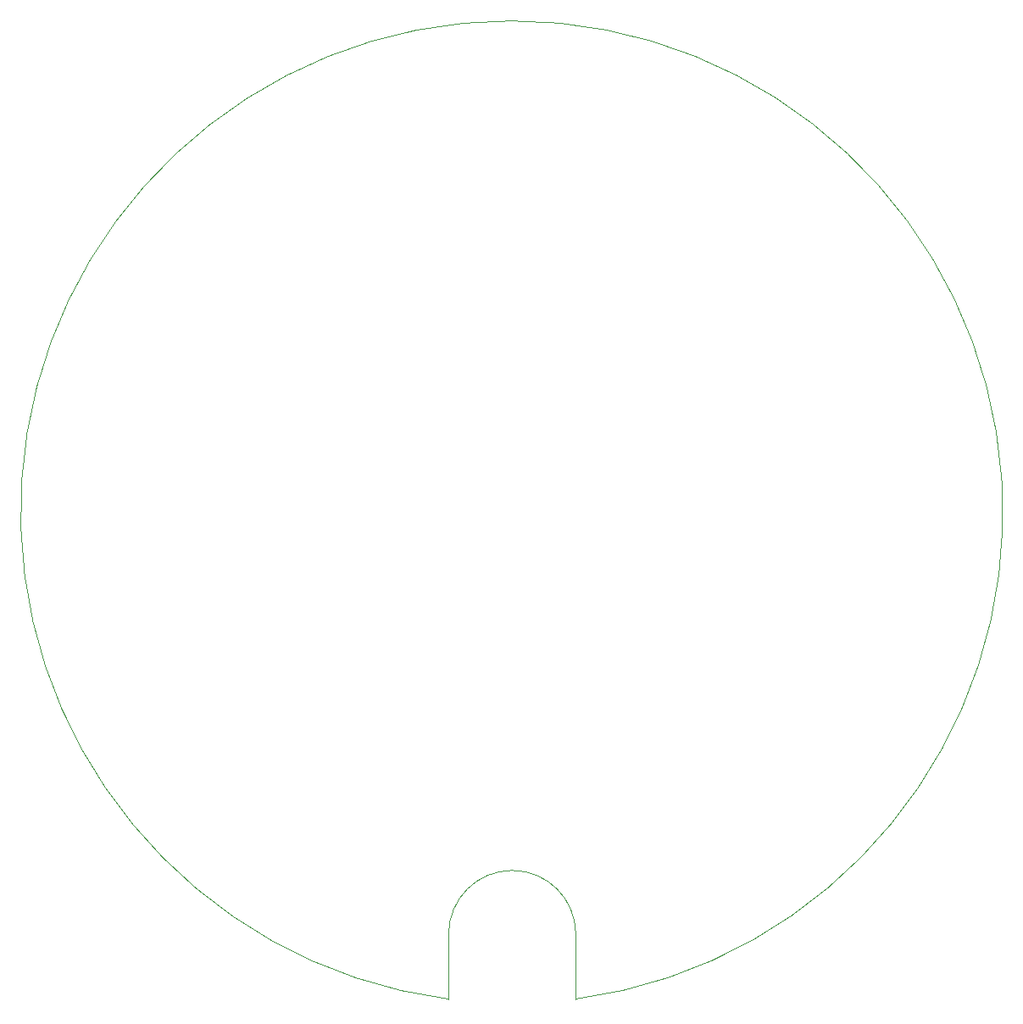
<source format=gbr>
%TF.GenerationSoftware,KiCad,Pcbnew,7.0.6*%
%TF.CreationDate,2024-04-15T18:34:20+10:00*%
%TF.ProjectId,Rocketry_Payload_Main_DDR_Spec_V2,526f636b-6574-4727-995f-5061796c6f61,rev?*%
%TF.SameCoordinates,Original*%
%TF.FileFunction,Profile,NP*%
%FSLAX46Y46*%
G04 Gerber Fmt 4.6, Leading zero omitted, Abs format (unit mm)*
G04 Created by KiCad (PCBNEW 7.0.6) date 2024-04-15 18:34:20*
%MOMM*%
%LPD*%
G01*
G04 APERTURE LIST*
%TA.AperFunction,Profile*%
%ADD10C,0.100000*%
%TD*%
G04 APERTURE END LIST*
D10*
X154684469Y-141720350D02*
X154684235Y-135220175D01*
X141986000Y-141731999D02*
X141986001Y-135232000D01*
X154684238Y-135220175D02*
G75*
G03*
X141986002Y-135232000I-6349118J-5915D01*
G01*
X154684469Y-141720349D02*
G75*
G03*
X141986000Y-141731998I-6393859J48638852D01*
G01*
M02*

</source>
